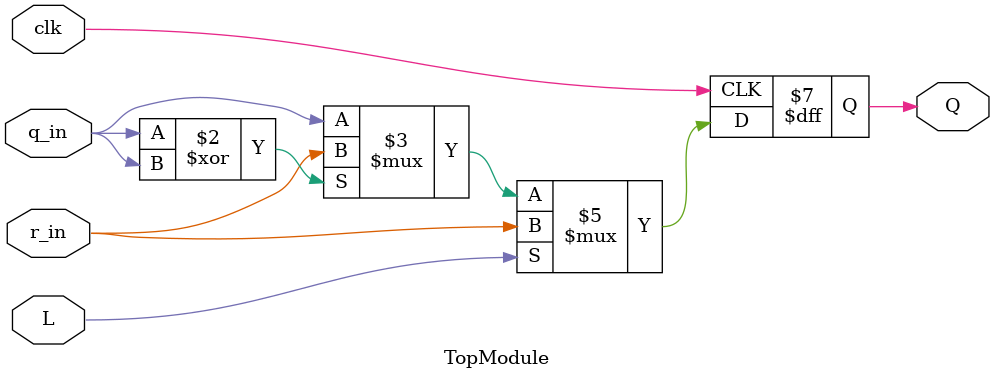
<source format=sv>

module TopModule (
  input clk,
  input L,
  input q_in,    // Input bit from previous stage (or feedback)
  input r_in,    // Load value for this bit
  output reg Q   // Output bit after processing
);

always @(posedge clk) begin
  if (L) begin
    Q <= r_in;  // Load the new value when L is asserted
  end else begin
    // Perform transformation: {q[1] ^ q[2], q[0], q[2]}
    // This logic will be applied differently for each bit in full_module
    Q <= (q_in ^ q_in) ? r_in : q_in;  // Placeholder, actual logic depends on position
  end
end

endmodule

// VERILOG-EVAL: errant inclusion of module definition

</source>
